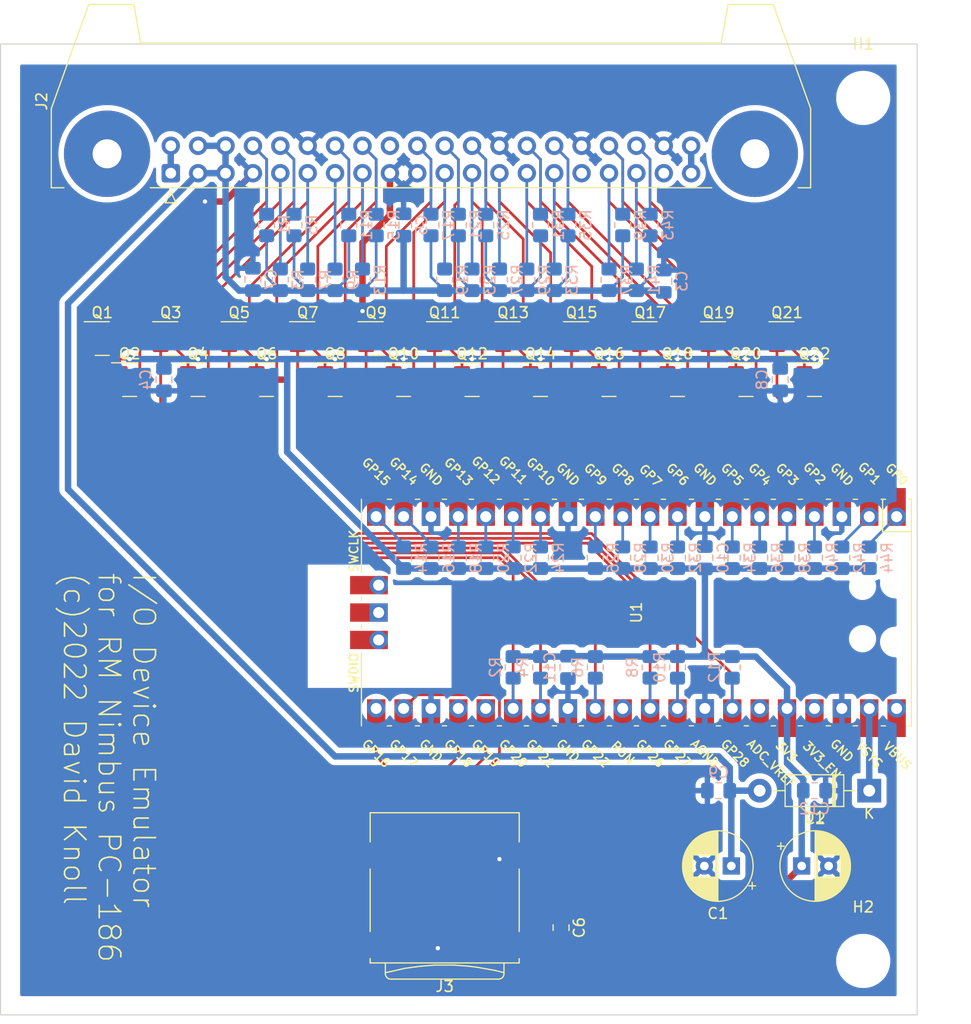
<source format=kicad_pcb>
(kicad_pcb (version 20211014) (generator pcbnew)
  (layers (0 "F.Cu" signal) (31 "B.Cu" signal) (34 "B.Paste" user) (35 "F.Paste" user) (36 "B.SilkS" user "B.Silkscreen") (37 "F.SilkS" user "F.Silkscreen") (38 "B.Mask" user) (39 "F.Mask" user) (44 "Edge.Cuts" user))
  (net 0 "")
  (net 1 "+5V")
  (net 2 "GND")
  (net 3 "+3V3")
  (net 4 "Net-(D1-Pad1)")
  (net 5 "+12V")
  (net 6 "/AD_H0")
  (net 7 "/AD_H1")
  (net 8 "/AD_H2")
  (net 9 "/AD_H3")
  (net 10 "/AD_H4")
  (net 11 "/AD_H5")
  (net 12 "/AD_H6")
  (net 13 "/AD_H7")
  (net 14 "/~{CLK_H}")
  (net 15 "/~{ALE_H}")
  (net 16 "/RD_H")
  (net 17 "/WR_H")
  (net 18 "/IORQ_H")
  (net 19 "/~{WAIT_H}")
  (net 20 "/~{RESET_H}")
  (net 21 "/~{CS_H}0")
  (net 22 "/~{CS_H}1")
  (net 23 "/~{CS_H}2")
  (net 24 "/~{CS_H}3")
  (net 25 "/~{CS_H}4")
  (net 26 "/~{DMA_H}")
  (net 27 "/~{INT_H}0")
  (net 28 "/~{INT_H}1")
  (net 29 "/~{INT_H}2")
  (net 30 "/~{DIR_H}")
  (net 31 "GNDS")
  (net 33 "/~{SD_CS}")
  (net 34 "/SD_MOSI")
  (net 35 "/SD_SCLK")
  (net 36 "/SD_MISO")
  (net 38 "/AD_L0")
  (net 39 "/AD_L1")
  (net 40 "/AD_L2")
  (net 41 "/AD_L3")
  (net 42 "/AD_L4")
  (net 43 "/AD_L5")
  (net 44 "/AD_L6")
  (net 45 "/AD_L7")
  (net 46 "/~{ALE_L}")
  (net 47 "/RD_L")
  (net 48 "/WR_L")
  (net 49 "/IORQ_L")
  (net 50 "/~{WAIT_L}")
  (net 51 "/~{RESET_L}")
  (net 52 "/~{CS_L}0")
  (net 53 "/~{CS_L}1")
  (net 54 "/~{CS_L}2")
  (net 55 "/~{CS_L}3")
  (net 56 "/~{DMA_L}")
  (net 57 "/~{INT_L}0")
  (net 58 "/~{INT_L}1")
  (net 59 "/~{INT_L}2")
  (footprint "Package_TO_SOT_SMD:SOT-23" (layer "F.Cu") (at 135.89 66.04)
    (fp_text reference "Q8")
    (fp_text value "BSS138")
  )
  (footprint "MountingHole:MountingHole_4mm" (layer "F.Cu") (at 184.865 119.925)
    (fp_text reference "H2")
    (fp_text value "MountingHole")
  )
  (footprint "MountingHole:MountingHole_4mm" (layer "F.Cu") (at 184.865 39.925)
    (fp_text reference "H1")
    (fp_text value "MountingHole")
  )
  (footprint "Package_TO_SOT_SMD:SOT-23" (layer "F.Cu") (at 165.1 62.23)
    (fp_text reference "Q17")
    (fp_text value "BSS138")
  )
  (footprint "Package_TO_SOT_SMD:SOT-23" (layer "F.Cu") (at 114.3 62.23)
    (fp_text reference "Q1")
    (fp_text value "BSS138")
  )
  (footprint "Package_TO_SOT_SMD:SOT-23" (layer "F.Cu") (at 177.8 62.23)
    (fp_text reference "Q21")
    (fp_text value "BSS138")
  )
  (footprint "Capacitor_SMD:C_0805_2012Metric_Pad1.18x1.45mm_HandSolder" (layer "F.Cu") (at 156.845 116.84 -90)
    (fp_text reference "C6")
    (fp_text value "0.1uF")
  )
  (footprint "Package_TO_SOT_SMD:SOT-23" (layer "F.Cu") (at 146.05 62.23)
    (fp_text reference "Q11")
    (fp_text value "BSS138")
  )
  (footprint "Package_TO_SOT_SMD:SOT-23" (layer "F.Cu") (at 171.45 62.23)
    (fp_text reference "Q19")
    (fp_text value "BSS138")
  )
  (footprint "Package_TO_SOT_SMD:SOT-23" (layer "F.Cu") (at 173.99 66.04)
    (fp_text reference "Q20")
    (fp_text value "BSS138")
  )
  (footprint "Capacitor_THT:CP_Radial_D6.3mm_P2.50mm" (layer "F.Cu") (at 179.157621 111.125)
    (fp_text reference "C2")
    (fp_text value "10uF")
  )
  (footprint "Capacitor_THT:CP_Radial_D6.3mm_P2.50mm" (layer "F.Cu") (at 172.63238 111.125 180)
    (fp_text reference "C1")
    (fp_text value "10uF")
  )
  (footprint "Package_TO_SOT_SMD:SOT-23" (layer "F.Cu") (at 161.29 66.04)
    (fp_text reference "Q16")
    (fp_text value "BSS138")
  )
  (footprint "Package_TO_SOT_SMD:SOT-23" (layer "F.Cu") (at 167.64 66.04)
    (fp_text reference "Q18")
    (fp_text value "BSS138")
  )
  (footprint "Package_TO_SOT_SMD:SOT-23" (layer "F.Cu") (at 152.4 62.23)
    (fp_text reference "Q13")
    (fp_text value "BSS138")
  )
  (footprint "Package_TO_SOT_SMD:SOT-23" (layer "F.Cu") (at 180.34 66.04)
    (fp_text reference "Q22")
    (fp_text value "BSS138")
  )
  (footprint "Package_TO_SOT_SMD:SOT-23" (layer "F.Cu") (at 129.54 66.04)
    (fp_text reference "Q6")
    (fp_text value "BSS138")
  )
  (footprint "Connector_Card:microSD_HC_Wuerth_693072010801" (layer "F.Cu") (at 146.05 114.3 180)
    (fp_text reference "J3")
    (fp_text value "Micro_SD_Card")
  )
  (footprint "Package_TO_SOT_SMD:SOT-23" (layer "F.Cu") (at 142.24 66.04)
    (fp_text reference "Q10")
    (fp_text value "BSS138")
  )
  (footprint "Package_TO_SOT_SMD:SOT-23" (layer "F.Cu") (at 139.7 62.23)
    (fp_text reference "Q9")
    (fp_text value "BSS138")
  )
  (footprint "MCU_RaspberryPi_and_Boards:RPi_Pico_SMD_TH" (layer "F.Cu") (at 163.83 87.63 -90)
    (fp_text reference "U1")
    (fp_text value "Pico")
  )
  (footprint "Connector_IDC:IDC-Header_2x20-1MP_P2.54mm_Latch_Horizontal" (layer "F.Cu") (at 120.65 46.9025 90)
    (fp_text reference "J2")
    (fp_text value "Nimbus_IO_Bus")
  )
  (footprint "Package_TO_SOT_SMD:SOT-23" (layer "F.Cu") (at 116.84 66.04)
    (fp_text reference "Q2")
    (fp_text value "BSS138")
  )
  (footprint "Package_TO_SOT_SMD:SOT-23" (layer "F.Cu") (at 133.35 62.23)
    (fp_text reference "Q7")
    (fp_text value "BSS138")
  )
  (footprint "Package_TO_SOT_SMD:SOT-23" (layer "F.Cu") (at 158.75 62.23)
    (fp_text reference "Q15")
    (fp_text value "BSS138")
  )
  (footprint "Package_TO_SOT_SMD:SOT-23" (layer "F.Cu") (at 127 62.23)
    (fp_text reference "Q5")
    (fp_text value "BSS138")
  )
  (footprint "Diode_THT:D_DO-41_SOD81_P10.16mm_Horizontal" (layer "F.Cu") (at 185.42 104.14 180)
    (fp_text reference "D1")
    (fp_text value "1N5817")
  )
  (footprint "Package_TO_SOT_SMD:SOT-23" (layer "F.Cu") (at 123.19 66.04)
    (fp_text reference "Q4")
    (fp_text value "BSS138")
  )
  (footprint "Package_TO_SOT_SMD:SOT-23" (layer "F.Cu") (at 154.94 66.04)
    (fp_text reference "Q14")
    (fp_text value "BSS138")
  )
  (footprint "Package_TO_SOT_SMD:SOT-23" (layer "F.Cu") (at 120.65 62.23)
    (fp_text reference "Q3")
    (fp_text value "BSS138")
  )
  (footprint "Package_TO_SOT_SMD:SOT-23" (layer "F.Cu") (at 148.59 66.04)
    (fp_text reference "Q12")
    (fp_text value "BSS138")
  )
  (footprint "Resistor_SMD:R_0805_2012Metric_Pad1.20x1.40mm_HandSolder" (layer "B.Cu") (at 135.89 56.785 90)
    (fp_text reference "R9")
    (fp_text value "10K")
  )
  (footprint "Resistor_SMD:R_0805_2012Metric_Pad1.20x1.40mm_HandSolder" (layer "B.Cu") (at 165.1 92.71 -90)
    (fp_text reference "R8")
    (fp_text value "10K")
  )
  (footprint "Resistor_SMD:R_0805_2012Metric_Pad1.20x1.40mm_HandSolder" (layer "B.Cu") (at 154.94 51.705 90)
    (fp_text reference "R31")
    (fp_text value "10K")
  )
  (footprint "Resistor_SMD:R_0805_2012Metric_Pad1.20x1.40mm_HandSolder" (layer "B.Cu") (at 130.81 56.785 90)
    (fp_text reference "R3")
    (fp_text value "10K")
  )
  (footprint "Resistor_SMD:R_0805_2012Metric_Pad1.20x1.40mm_HandSolder" (layer "B.Cu") (at 160.02 82.55 90)
    (fp_text reference "R26")
    (fp_text value "10K")
  )
  (footprint "Resistor_SMD:R_0805_2012Metric_Pad1.20x1.40mm_HandSolder" (layer "B.Cu") (at 160.02 92.71 -90)
    (fp_text reference "R6")
    (fp_text value "10K")
  )
  (footprint "Capacitor_SMD:C_0805_2012Metric_Pad1.18x1.45mm_HandSolder" (layer "B.Cu") (at 177.165 66.04 -90)
    (fp_text reference "C8")
    (fp_text value "0.1uF")
  )
  (footprint "Resistor_SMD:R_0805_2012Metric_Pad1.20x1.40mm_HandSolder" (layer "B.Cu") (at 139.7 51.705 90)
    (fp_text reference "R15")
    (fp_text value "10K")
  )
  (footprint "Resistor_SMD:R_0805_2012Metric_Pad1.20x1.40mm_HandSolder" (layer "B.Cu") (at 157.48 51.705 90)
    (fp_text reference "R35")
    (fp_text value "10K")
  )
  (footprint "Resistor_SMD:R_0805_2012Metric_Pad1.20x1.40mm_HandSolder" (layer "B.Cu") (at 144.78 51.705 90)
    (fp_text reference "R17")
    (fp_text value "10K")
  )
  (footprint "Capacitor_SMD:C_0805_2012Metric_Pad1.18x1.45mm_HandSolder" (layer "B.Cu") (at 142.24 51.705 90)
    (fp_text reference "C5")
    (fp_text value "0.1uF")
  )
  (footprint "Resistor_SMD:R_0805_2012Metric_Pad1.20x1.40mm_HandSolder" (layer "B.Cu") (at 172.72 92.71 -90)
    (fp_text reference "R12")
    (fp_text value "10K")
  )
  (footprint "Resistor_SMD:R_0805_2012Metric_Pad1.20x1.40mm_HandSolder" (layer "B.Cu") (at 165.1 51.705 90)
    (fp_text reference "R43")
    (fp_text value "10K")
  )
  (footprint "Capacitor_SMD:C_0805_2012Metric_Pad1.18x1.45mm_HandSolder" (layer "B.Cu") (at 128.27 56.7475 90)
    (fp_text reference "C7")
    (fp_text value "0.1uF")
  )
  (footprint "Resistor_SMD:R_0805_2012Metric_Pad1.20x1.40mm_HandSolder" (layer "B.Cu") (at 185.42 82.55 90)
    (fp_text reference "R44")
    (fp_text value "10K")
  )
  (footprint "Resistor_SMD:R_0805_2012Metric_Pad1.20x1.40mm_HandSolder" (layer "B.Cu") (at 154.94 92.71 -90)
    (fp_text reference "R4")
    (fp_text value "10K")
  )
  (footprint "Resistor_SMD:R_0805_2012Metric_Pad1.20x1.40mm_HandSolder" (layer "B.Cu") (at 147.32 51.705 90)
    (fp_text reference "R21")
    (fp_text value "10K")
  )
  (footprint "Resistor_SMD:R_0805_2012Metric_Pad1.20x1.40mm_HandSolder" (layer "B.Cu") (at 147.32 82.55 90)
    (fp_text reference "R18")
    (fp_text value "10K")
  )
  (footprint "Resistor_SMD:R_0805_2012Metric_Pad1.20x1.40mm_HandSolder" (layer "B.Cu") (at 156.21 56.785 90)
    (fp_text reference "R33")
    (fp_text value "10K")
  )
  (footprint "Resistor_SMD:R_0805_2012Metric_Pad1.20x1.40mm_HandSolder" (layer "B.Cu") (at 162.56 51.705 90)
    (fp_text reference "R39")
    (fp_text value "10K")
  )
  (footprint "Resistor_SMD:R_0805_2012Metric_Pad1.20x1.40mm_HandSolder" (layer "B.Cu") (at 146.05 56.785 90)
    (fp_text reference "R19")
    (fp_text value "10K")
  )
  (footprint "Resistor_SMD:R_0805_2012Metric_Pad1.20x1.40mm_HandSolder" (layer "B.Cu") (at 133.35 56.785 90)
    (fp_text reference "R7")
    (fp_text value "10K")
  )
  (footprint "Capacitor_SMD:C_0805_2012Metric_Pad1.18x1.45mm_HandSolder" (layer "B.Cu") (at 166.37 56.9175 90)
    (fp_text reference "C3")
    (fp_text value "0.1uF")
  )
  (footprint "Resistor_SMD:R_0805_2012Metric_Pad1.20x1.40mm_HandSolder" (layer "B.Cu") (at 142.24 82.55 90)
    (fp_text reference "R14")
    (fp_text value "10K")
  )
  (footprint "Resistor_SMD:R_0805_2012Metric_Pad1.20x1.40mm_HandSolder" (layer "B.Cu") (at 167.64 92.71 -90)
    (fp_text reference "R10")
    (fp_text value "10K")
  )
  (footprint "Resistor_SMD:R_0805_2012Metric_Pad1.20x1.40mm_HandSolder" (layer "B.Cu") (at 153.67 56.785 90)
    (fp_text reference "R29")
    (fp_text value "10K")
  )
  (footprint "Resistor_SMD:R_0805_2012Metric_Pad1.20x1.40mm_HandSolder" (layer "B.Cu") (at 148.59 56.785 90)
    (fp_text reference "R23")
    (fp_text value "10K")
  )
  (footprint "Resistor_SMD:R_0805_2012Metric_Pad1.20x1.40mm_HandSolder" (layer "B.Cu") (at 144.78 82.55 90)
    (fp_text reference "R16")
    (fp_text value "10K")
  )
  (footprint "Capacitor_SMD:C_0805_2012Metric_Pad1.18x1.45mm_HandSolder" (layer "B.Cu") (at 180.34 104.14)
    (fp_text reference "C12")
    (fp_text value "0.1uF")
  )
  (footprint "Capacitor_SMD:C_0805_2012Metric_Pad1.18x1.45mm_HandSolder" (layer "B.Cu") (at 120.015 66.04 -90)
    (fp_text reference "C4")
    (fp_text value "0.1uF")
  )
  (footprint "Resistor_SMD:R_0805_2012Metric_Pad1.20x1.40mm_HandSolder" (layer "B.Cu") (at 177.8 82.55 90)
    (fp_text reference "R38")
    (fp_text value "10K")
  )
  (footprint "Resistor_SMD:R_0805_2012Metric_Pad1.20x1.40mm_HandSolder" (layer "B.Cu") (at 162.56 82.55 90)
    (fp_text reference "R28")
    (fp_text value "10K")
  )
  (footprint "Resistor_SMD:R_0805_2012Metric_Pad1.20x1.40mm_HandSolder" (layer "B.Cu") (at 129.54 51.705 90)
    (fp_text reference "R1")
    (fp_text value "10K")
  )
  (footprint "Resistor_SMD:R_0805_2012Metric_Pad1.20x1.40mm_HandSolder" (layer "B.Cu") (at 161.29 56.785 90)
    (fp_text reference "R37")
    (fp_text value "10K")
  )
  (footprint "Resistor_SMD:R_0805_2012Metric_Pad1.20x1.40mm_HandSolder" (layer "B.Cu") (at 149.86 82.55 90)
    (fp_text reference "R20")
    (fp_text value "10K")
  )
  (footprint "Resistor_SMD:R_0805_2012Metric_Pad1.20x1.40mm_HandSolder" (layer "B.Cu") (at 163.83 56.785 90)
    (fp_text reference "R41")
    (fp_text value "10K")
  )
  (footprint "Resistor_SMD:R_0805_2012Metric_Pad1.20x1.40mm_HandSolder" (layer "B.Cu") (at 152.4 82.55 90)
    (fp_text reference "R22")
    (fp_text value "10K")
  )
  (footprint "Resistor_SMD:R_0805_2012Metric_Pad1.20x1.40mm_HandSolder" (layer "B.Cu") (at 165.1 82.55 90)
    (fp_text reference "R30")
    (fp_text value "10K")
  )
  (footprint "Resistor_SMD:R_0805_2012Metric_Pad1.20x1.40mm_HandSolder" (layer "B.Cu") (at 172.72 82.55 90)
    (fp_text reference "R34")
    (fp_text value "10K")
  )
  (footprint "Resistor_SMD:R_0805_2012Metric_Pad1.20x1.40mm_HandSolder" (layer "B.Cu") (at 151.13 56.785 90)
    (fp_text reference "R27")
    (fp_text value "10K")
  )
  (footprint "Resistor_SMD:R_0805_2012Metric_Pad1.20x1.40mm_HandSolder" (layer "B.Cu") (at 138.43 56.785 90)
    (fp_text reference "R13")
    (fp_text value "10K")
  )
  (footprint "Resistor_SMD:R_0805_2012Metric_Pad1.20x1.40mm_HandSolder" (layer "B.Cu") (at 137.16 51.705 90)
    (fp_text reference "R11")
    (fp_text value "10K")
  )
  (footprint "Resistor_SMD:R_0805_2012Metric_Pad1.20x1.40mm_HandSolder" (layer "B.Cu") (at 132.08 51.705 90)
    (fp_text reference "R5")
    (fp_text value "10K")
  )
  (footprint "Capacitor_SMD:C_0805_2012Metric_Pad1.18x1.45mm_HandSolder" (layer "B.Cu") (at 157.48 92.71 -90)
    (fp_text reference "C11")
    (fp_text value "0.1uF")
  )
  (footprint "Resistor_SMD:R_0805_2012Metric_Pad1.20x1.40mm_HandSolder" (layer "B.Cu") (at 182.88 82.55 90)
    (fp_text reference "R42")
    (fp_text value "10K")
  )
  (footprint "Capacitor_SMD:C_0805_2012Metric_Pad1.18x1.45mm_HandSolder" (layer "B.Cu") (at 170.18 82.55 90)
    (fp_text reference "C10")
    (fp_text value "0.1uF")
  )
  (footprint "Resistor_SMD:R_0805_2012Metric_Pad1.20x1.40mm_HandSolder" (layer "B.Cu") (at 149.86 51.705 90)
    (fp_text reference "R25")
    (fp_text value "10K")
  )
  (footprint "Resistor_SMD:R_0805_2012Metric_Pad1.20x1.40mm_HandSolder" (layer "B.Cu") (at 152.4 92.71 -90)
    (fp_text reference "R2")
    (fp_text value "10K")
  )
  (footprint "Resistor_SMD:R_0805_2012Metric_Pad1.20x1.40mm_HandSolder" (layer "B.Cu") (at 175.26 82.55 90)
    (fp_text reference "R36")
    (fp_text value "10K")
  )
  (footprint "Resistor_SMD:R_0805_2012Metric_Pad1.20x1.40mm_HandSolder" (layer "B.Cu") (at 154.94 82.55 90)
    (fp_text reference "R24")
    (fp_text value "10K")
  )
  (footprint "Capacitor_SMD:C_0805_2012Metric_Pad1.18x1.45mm_HandSolder" (layer "B.Cu") (at 171.45 104.14 180)
    (fp_text reference "C9")
    (fp_text value "0.1uF")
  )
  (footprint "Resistor_SMD:R_0805_2012Metric_Pad1.20x1.40mm_HandSolder" (layer "B.Cu") (at 167.64 82.55 90)
    (fp_text reference "R32")
    (fp_text value "10K")
  )
  (footprint "Resistor_SMD:R_0805_2012Metric_Pad1.20x1.40mm_HandSolder" (layer "B.Cu") (at 180.34 82.55 90)
    (fp_text reference "R40")
    (fp_text value "10K")
  )
  (gr_rect (start 104.865 34.925) (end 189.865 124.925) (layer "Edge.Cuts") (width 0.1) (fill none))
  (gr_text "I/O Device Emulator\nfor RM Nimbus PC-186\n(c)2022 David Knoll" (at 114.935 83.82 270) (layer "F.SilkS") (effects (font (size 2 2)) (justify left)))
  (segment (start 147.32 52.705) (end 147.32 56.515) (width 0.25) (layer "B.Cu") (net 1))
  (segment (start 123.19 46.9025) (end 125.73 46.9025) (width 0.6) (layer "B.Cu") (net 1))
  (segment (start 133.35 57.785) (end 130.81 57.785) (width 0.6) (layer "B.Cu") (net 1))
  (segment (start 149.86 56.515) (end 151.13 57.785) (width 0.25) (layer "B.Cu") (net 1))
  (segment (start 132.08 56.515) (end 133.35 57.785) (width 0.25) (layer "B.Cu") (net 1))
  (segment (start 129.54 52.705) (end 129.54 56.515) (width 0.25) (layer "B.Cu") (net 1))
  (segment (start 130.81 57.785) (end 129.675 56.65) (width 0.25) (layer "B.Cu") (net 1))
  (segment (start 132.08 52.705) (end 132.08 56.515) (width 0.25) (layer "B.Cu") (net 1))
  (segment (start 129.54 56.515) (end 129.675 56.65) (width 0.25) (layer "B.Cu") (net 1))
  (segment (start 146.05 57.785) (end 148.59 57.785) (width 0.6) (layer "B.Cu") (net 1))
  (segment (start 135.89 100.965) (end 111.125 76.2) (width 0.6) (layer "B.Cu") (net 1))
  (segment (start 146.05 57.785) (end 142.24 57.785) (width 0.6) (layer "B.Cu") (net 1))
  (segment (start 157.48 52.705) (end 157.48 56.515) (width 0.25) (layer "B.Cu") (net 1))
  (segment (start 171.45 100.965) (end 135.89 100.965) (width 0.6) (layer "B.Cu") (net 1))
  (segment (start 139.7 56.515) (end 138.43 57.785) (width 0.25) (layer "B.Cu") (net 1))
  (segment (start 153.67 57.785) (end 151.13 57.785) (width 0.6) (layer "B.Cu") (net 1))
  (segment (start 144.78 52.705) (end 144.78 56.515) (width 0.25) (layer "B.Cu") (net 1))
  (segment (start 137.16 52.705) (end 137.16 56.515) (width 0.25) (layer "B.Cu") (net 1))
  (segment (start 162.56 56.515) (end 161.29 57.785) (width 0.25) (layer "B.Cu") (net 1))
  (segment (start 139.7 52.705) (end 139.7 56.515) (width 0.25) (layer "B.Cu") (net 1))
  (segment (start 149.86 52.705) (end 149.86 56.515) (width 0.25) (layer "B.Cu") (net 1))
  (segment (start 111.125 58.9675) (end 123.19 46.9025) (width 0.6) (layer "B.Cu") (net 1))
  (segment (start 156.21 57.785) (end 153.67 57.785) (width 0.6) (layer "B.Cu") (net 1))
  (segment (start 165.1 56.515) (end 165.1 52.705) (width 0.25) (layer "B.Cu") (net 1))
  (segment (start 163.83 57.785) (end 166.2 57.785) (width 0.6) (layer "B.Cu") (net 1))
  (segment (start 123.19 44.3625) (end 125.73 44.3625) (width 0.6) (layer "B.Cu") (net 1))
  (segment (start 154.94 56.515) (end 153.67 57.785) (width 0.25) (layer "B.Cu") (net 1))
  (segment (start 175.26 104.14) (end 172.4875 104.14) (width 0.6) (layer "B.Cu") (net 1))
  (segment (start 172.4875 104.14) (end 172.63238 104.28488) (width 0.6) (layer "B.Cu") (net 1))
  (segment (start 166.2 57.785) (end 166.37 57.955) (width 0.6) (layer "B.Cu") (net 1))
  (segment (start 172.63238 104.28488) (end 172.63238 111.125) (width 0.6) (layer "B.Cu") (net 1))
  (segment (start 172.4875 104.14) (end 172.4875 102.0025) (width 0.6) (layer "B.Cu") (net 1))
  (segment (start 163.83 57.785) (end 165.1 56.515) (width 0.25) (layer "B.Cu") (net 1))
  (segment (start 142.24 57.785) (end 142.24 52.7425) (width 0.6) (layer "B.Cu") (net 1))
  (segment (start 125.73 44.3625) (end 125.73 46.9025) (width 0.6) (layer "B.Cu") (net 1))
  (segment (start 128.27 57.785) (end 127 57.785) (width 0.6) (layer "B.Cu") (net 1))
  (segment (start 138.43 57.785) (end 135.89 57.785) (width 0.6) (layer "B.Cu") (net 1))
  (segment (start 148.59 57.785) (end 151.13 57.785) (width 0.6) (layer "B.Cu") (net 1))
  (segment (start 137.16 56.515) (end 135.89 57.785) (width 0.25) (layer "B.Cu") (net 1))
  (segment (start 125.73 56.515) (end 125.73 46.9025) (width 0.6) (layer "B.Cu") (net 1))
  (segment (start 111.125 76.2) (end 111.125 58.9675) (width 0.6) (layer "B.Cu") (net 1))
  (segment (start 154.94 52.705) (end 154.94 56.515) (width 0.25) (layer "B.Cu") (net 1))
  (segment (start 157.48 56.515) (end 156.21 57.785) (width 0.25) (layer "B.Cu") (net 1))
  (segment (start 172.4875 102.0025) (end 171.45 100.965) (width 0.6) (layer "B.Cu") (net 1))
  (segment (start 144.78 56.515) (end 146.05 57.785) (width 0.25) (layer "B.Cu") (net 1))
  (segment (start 163.83 57.785) (end 161.29 57.785) (width 0.6) (layer "B.Cu") (net 1))
  (segment (start 147.32 56.515) (end 148.59 57.785) (width 0.25) (layer "B.Cu") (net 1))
  (segment (start 142.24 57.785) (end 138.43 57.785) (width 0.6) (layer "B.Cu") (net 1))
  (segment (start 162.56 52.705) (end 162.56 56.515) (width 0.25) (layer "B.Cu") (net 1))
  (segment (start 135.89 57.785) (end 133.35 57.785) (width 0.6) (layer "B.Cu") (net 1))
  (segment (start 161.29 57.785) (end 156.21 57.785) (width 0.6) (layer "B.Cu") (net 1))
  (segment (start 130.81 57.785) (end 128.27 57.785) (width 0.6) (layer "B.Cu") (net 1))
  (segment (start 127 57.785) (end 125.73 56.515) (width 0.6) (layer "B.Cu") (net 1))
  (segment (start 138.43 53.34) (end 138.43 59.69) (width 0.6) (layer "F.Cu") (net 2))
  (segment (start 125.6425 49.53) (end 123.825 49.53) (width 0.6) (layer "F.Cu") (net 2))
  (segment (start 143.75 115.85) (end 143.75 117.2) (width 0.6) (layer "F.Cu") (net 2))
  (segment (start 145.0375 118.4875) (end 145.295 118.745) (width 0.6) (layer "F.Cu") (net 2))
  (segment (start 145 118.45) (end 145.0375 118.4875) (width 0.6) (layer "F.Cu") (net 2))
  (segment (start 156.2725 118.45) (end 156.845 117.8775) (width 0.6) (layer "F.Cu") (net 2))
  (segment (start 140.97 50.8) (end 139.065 52.705) (width 0.6) (layer "F.Cu") (net 2))
  (segment (start 139.065 52.705) (end 138.43 53.34) (width 0.6) (layer "F.Cu") (net 2))
  (segment (start 151.13 118.745) (end 151.425 118.45) (width 0.6) (layer "F.Cu") (net 2))
  (segment (start 139.175 110.15) (end 139.175 118.45) (width 0.6) (layer "F.Cu") (net 2))
  (segment (start 128.27 46.9025) (end 125.6425 49.53) (width 0.6) (layer "F.Cu") (net 2))
  (segment (start 145.415 118.745) (end 151.13 118.745) (width 0.6) (layer "F.Cu") (net 2))
  (segment (start 152.925 118.45) (end 156.2725 118.45) (width 0.6) (layer "F.Cu") (net 2))
  (segment (start 151.425 118.45) (end 152.925 118.45) (width 0.6) (layer "F.Cu") (net 2))
  (segment (start 145.295 118.745) (end 145.415 118.745) (width 0.6) (layer "F.Cu") (net 2))
  (segment (start 152.925 110.15) (end 151.47 110.15) (width 0.6) (layer "F.Cu") (net 2))
  (segment (start 139.175 118.45) (end 145 118.45) (width 0.6) (layer "F.Cu") (net 2))
  (segment (start 140.97 46.9025) (end 140.97 50.8) (width 0.6) (layer "F.Cu") (net 2))
  (segment (start 151.47 110.15) (end 151.13 110.49) (width 0.6) (layer "F.Cu") (net 2))
  (segment (start 143.75 117.2) (end 145.0375 118.4875) (width 0.6) (layer "F.Cu") (net 2))
  (via (at 145.415 118.745) (size 0.8) (drill 0.4) (layers "F.Cu" "B.Cu") (net 2))
  (via (at 151.13 110.49) (size 0.8) (drill 0.4) (layers "F.Cu" "B.Cu") (net 2))
  (via (at 138.43 59.69) (size 0.8) (drill 0.4) (layers "F.Cu" "B.Cu") (net 2))
  (via (at 123.825 49.53) (size 0.8) (drill 0.4) (layers "F.Cu" "B.Cu") (net 2))
  (segment (start 145.1125 61.28) (end 145.1125 61.764251) (width 0.25) (layer "F.Cu") (net 3))
  (segment (start 113.3625 61.28) (end 113.3625 61.764251) (width 0.25) (layer "F.Cu") (net 3))
  (segment (start 138.7625 61.770749) (end 141.048376 64.056624) (width 0.25) (layer "F.Cu") (net 3))
  (segment (start 134.78325 64.135) (end 134.701625 64.053375) (width 0.25) (layer "F.Cu") (net 3))
  (segment (start 119.7125 61.764251) (end 122.001625 64.053375) (width 0.25) (layer "F.Cu") (net 3))
  (segment (start 166.7025 64.310749) (end 166.7025 65.09) (width 0.25) (layer "F.Cu") (net 3))
  (segment (start 122.001625 64.053375) (end 122.2525 64.304251) (width 0.25) (layer "F.Cu") (net 3))
  (segment (start 123.19 64.135) (end 122.08325 64.135) (width 0.25) (layer "F.Cu") (net 3))
  (segment (start 129.54 64.135) (end 128.43325 64.135) (width 0.25) (layer "F.Cu") (net 3))
  (segment (start 132.4125 61.28) (end 132.4125 61.764251) (width 0.25) (layer "F.Cu") (net 3))
  (segment (start 157.8125 61.764251) (end 160.101625 64.053375) (width 0.25) (layer "F.Cu") (net 3))
  (segment (start 170.5125 61.28) (end 170.5125 61.764251) (width 0.25) (layer "F.Cu") (net 3))
  (segment (start 160.18325 64.135) (end 160.101625 64.053375) (width 0.25) (layer "F.Cu") (net 3))
  (segment (start 146.225 117.475) (end 150.495 117.475) (width 0.6) (layer "F.Cu") (net 3))
  (segment (start 151.4625 61.764251) (end 153.751625 64.053375) (width 0.25) (layer "F.Cu") (net 3))
  (segment (start 128.43325 64.135) (end 128.351625 64.053375) (width 0.25) (layer "F.Cu") (net 3))
  (segment (start 157.8125 61.28) (end 157.8125 61.764251) (width 0.25) (layer "F.Cu") (net 3))
  (segment (start 119.7125 61.28) (end 119.7125 61.764251) (width 0.25) (layer "F.Cu") (net 3))
  (segment (start 180.34 64.135) (end 179.226752 64.135) (width 0.25) (layer "F.Cu") (net 3))
  (segment (start 147.6525 64.304251) (end 147.6525 65.09) (width 0.25) (layer "F.Cu") (net 3))
  (segment (start 135.89 64.135) (end 134.78325 64.135) (width 0.25) (layer "F.Cu") (net 3))
  (segment (start 153.83325 64.135) (end 153.751625 64.053375) (width 0.25) (layer "F.Cu") (net 3))
  (segment (start 179.148376 64.056624) (end 179.4025 64.310749) (width 0.25) (layer "F.Cu") (net 3))
  (segment (start 132.4125 61.764251) (end 134.701625 64.053375) (width 0.25) (layer "F.Cu") (net 3))
  (segment (start 145.1125 61.764251) (end 147.401625 64.053375) (width 0.25) (layer "F.Cu") (net 3))
  (segment (start 147.48325 64.135) (end 147.401625 64.053375) (width 0.25) (layer "F.Cu") (net 3))
  (segment (start 145.95 117.2) (end 146.225 117.475) (width 0.6) (layer "F.Cu") (net 3))
  (segment (start 148.59 64.135) (end 147.48325 64.135) (width 0.25) (layer "F.Cu") (net 3))
  (segment (start 142.24 64.135) (end 141.126752 64.135) (width 0.25) (layer "F.Cu") (net 3))
  (segment (start 113.3625 61.764251) (end 115.651625 64.053375) (width 0.25) (layer "F.Cu") (net 3))
  (segment (start 176.8625 61.770749) (end 179.148376 64.056624) (width 0.25) (layer "F.Cu") (net 3))
  (segment (start 116.84 64.135) (end 115.73325 64.135) (width 0.25) (layer "F.Cu") (net 3))
  (segment (start 134.9525 64.304251) (end 134.9525 65.09) (width 0.25) (layer "F.Cu") (net 3))
  (segment (start 154.94 64.135) (end 153.83325 64.135) (width 0.25) (layer "F.Cu") (net 3))
  (segment (start 160.101625 64.053375) (end 160.3525 64.304251) (width 0.25) (layer "F.Cu") (net 3))
  (segment (start 115.651625 64.053375) (end 115.9025 64.304251) (width 0.25) (layer "F.Cu") (net 3))
  (segment (start 115.9025 64.304251) (end 115.9025 65.09) (width 0.25) (layer "F.Cu") (net 3))
  (segment (start 156.845 115.8025) (end 174.480121 115.8025) (width 0.6) (layer "F.Cu") (net 3))
  (segment (start 172.88325 64.135) (end 172.801625 64.053375) (width 0.25) (layer "F.Cu") (net 3))
  (segment (start 179.4025 64.310749) (end 179.4025 65.09) (width 0.25) (layer "F.Cu") (net 3))
  (segment (start 141.048376 64.056624) (end 141.3025 64.310749) (width 0.25) (layer "F.Cu") (net 3))
  (segment (start 172.801625 64.053375) (end 173.0525 64.304251) (width 0.25) (layer "F.Cu") (net 3))
  (segment (start 122.08325 64.135) (end 122.001625 64.053375) (width 0.25) (layer "F.Cu") (net 3))
  (segment (start 128.6025 64.304251) (end 128.6025 65.09) (width 0.25) (layer "F.Cu") (net 3))
  (segment (start 176.8625 61.28) (end 176.8625 61.770749) (width 0.25) (layer "F.Cu") (net 3))
  (segment (start 147.401625 64.053375) (end 147.6525 64.304251) (width 0.25) (layer "F.Cu") (net 3))
  (segment (start 179.226752 64.135) (end 179.148376 64.056624) (width 0.25) (layer "F.Cu") (net 3))
  (segment (start 128.351625 64.053375) (end 128.6025 64.304251) (width 0.25) (layer "F.Cu") (net 3))
  (segment (start 154.0025 64.304251) (end 154.0025 65.09) (width 0.25) (layer "F.Cu") (net 3))
  (segment (start 170.5125 61.764251) (end 172.801625 64.053375) (width 0.25) (layer "F.Cu") (net 3))
  (segment (start 173.0525 64.304251) (end 173.0525 65.09) (width 0.25) (layer "F.Cu") (net 3))
  (segment (start 141.3025 64.310749) (end 141.3025 65.09) (width 0.25) (layer "F.Cu") (net 3))
  (segment (start 126.0625 61.764251) (end 128.351625 64.053375) (width 0.25) (layer "F.Cu") (net 3))
  (segment (start 166.448376 64.056624) (end 166.7025 64.310749) (width 0.25) (layer "F.Cu") (net 3))
  (segment (start 151.4625 61.28) (end 151.4625 61.764251) (width 0.25) (layer "F.Cu") (net 3))
  (segment (start 161.29 64.135) (end 160.18325 64.135) (width 0.25) (layer "F.Cu") (net 3))
  (segment (start 153.751625 64.053375) (end 154.0025 64.304251) (width 0.25) (layer "F.Cu") (net 3))
  (segment (start 134.701625 64.053375) (end 134.9525 64.304251) (width 0.25) (layer "F.Cu") (net 3))
  (segment (start 167.64 64.135) (end 166.526752 64.135) (width 0.25) (layer "F.Cu") (net 3))
  (segment (start 141.126752 64.135) (end 141.048376 64.056624) (width 0.25) (layer "F.Cu") (net 3))
  (segment (start 138.7625 61.28) (end 138.7625 61.770749) (width 0.25) (layer "F.Cu") (net 3))
  (segment (start 122.2525 64.304251) (end 122.2525 65.09) (width 0.25) (layer "F.Cu") (net 3))
  (segment (start 126.0625 61.28) (end 126.0625 61.764251) (width 0.25) (layer "F.Cu") (net 3))
  (segment (start 152.1675 115.8025) (end 156.845 115.8025) (width 0.6) (layer "F.Cu") (net 3))
  (segment (start 174.480121 115.8025) (end 179.157621 111.125) (width 0.6) (layer "F.Cu") (net 3))
  (segment (start 115.73325 64.135) (end 115.651625 64.053375) (width 0.25) (layer "F.Cu") (net 3))
  (segment (start 145.95 115.85) (end 145.95 117.2) (width 0.6) (layer "F.Cu") (net 3))
  (segment (start 164.1625 61.28) (end 164.1625 61.770749) (width 0.25) (layer "F.Cu") (net 3))
  (segment (start 173.99 64.135) (end 172.88325 64.135) (width 0.25) (layer "F.Cu") (net 3))
  (segment (start 166.526752 64.135) (end 166.448376 64.056624) (width 0.25) (layer "F.Cu") (net 3))
  (segment (start 160.3525 64.304251) (end 160.3525 65.09) (width 0.25) (layer "F.Cu") (net 3))
  (segment (start 150.495 117.475) (end 152.1675 115.8025) (width 0.6) (layer "F.Cu") (net 3))
  (segment (start 164.1625 61.770749) (end 166.448376 64.056624) (width 0.25) (layer "F.Cu") (net 3))
  (via (at 129.54 64.135) (size 0.8) (drill 0.4) (layers "F.Cu" "B.Cu") (net 3))
  (via (at 180.34 64.135) (size 0.8) (drill 0.4) (layers "F.Cu" "B.Cu") (net 3))
  (via (at 154.94 64.135) (size 0.8) (drill 0.4) (layers "F.Cu" "B.Cu") (net 3))
  (via (at 123.19 64.135) (size 0.8) (drill 0.4) (layers "F.Cu" "B.Cu") (net 3))
  (via (at 167.64 64.135) (size 0.8) (drill 0.4) (layers "F.Cu" "B.Cu") (net 3))
  (via (at 173.99 64.135) (size 0.8) (drill 0.4) (layers "F.Cu" "B.Cu") (net 3))
  (via (at 116.84 64.135) (size 0.8) (drill 0.4) (layers "F.Cu" "B.Cu") (net 3))
  (via (at 161.29 64.135) (size 0.8) (drill 0.4) (layers "F.Cu" "B.Cu") (net 3))
  (via (at 148.59 64.135) (size 0.8) (drill 0.4) (layers "F.Cu" "B.Cu") (net 3))
  (via (at 142.24 64.135) (size 0.8) (drill 0.4) (layers "F.Cu" "B.Cu") (net 3))
  (via (at 135.89 64.135) (size 0.8) (drill 0.4) (layers "F.Cu" "B.Cu") (net 3))
  (segment (start 142.24 64.135) (end 135.89 64.135) (width 0.6) (layer "B.Cu") (net 3))
  (segment (start 129.54 64.135) (end 123.19 64.135) (width 0.6) (layer "B.Cu") (net 3))
  (segment (start 154.94 91.71) (end 157.4425 91.71) (width 0.6) (layer "B.Cu") (net 3))
  (segment (start 154.94 83.55) (end 160.02 83.55) (width 0.6) (layer "B.Cu") (net 3))
  (segment (start 179.3025 104.14) (end 179.3025 103.1025) (width 0.6) (layer "B.Cu") (net 3))
  (segment (start 159.9825 91.6725) (end 160.02 91.71) (width 0.6) (layer "B.Cu") (net 3))
  (segment (start 120.015 65.0025) (end 120.015 64.135) (width 0.6) (layer "B.Cu") (net 3))
  (segment (start 179.3025 103.1025) (end 177.8 101.6) (width 0.6) (layer "B.Cu") (net 3))
  (segment (start 177.165 64.135) (end 180.34 64.135) (width 0.6) (layer "B.Cu") (net 3))
  (segment (start 172.72 83.55) (end 175.26 83.55) (width 0.6) (layer "B.Cu") (net 3))
  (segment (start 169.815 91.71) (end 172.72 91.71) (width 0.6) (layer "B.Cu") (net 3))
  (segment (start 165.1 83.55) (end 167.64 83.55) (width 0.6) (layer "B.Cu") (net 3))
  (segment (start 167.64 91.71) (end 169.815 91.71) (width 0.6) (layer "B.Cu") (net 3))
  (segment (start 152.4 91.71) (end 154.94 91.71) (width 0.6) (layer "B.Cu") (net 3))
  (segment (start 131.445 64.135) (end 129.54 64.135) (width 0.6) (layer "B.Cu") (net 3))
  (segment (start 147.32 83.55) (end 149.86 83.55) (width 0.6) (layer "B.Cu") (net 3))
  (segment (start 182.88 83.55) (end 185.42 83.55) (width 0.6) (layer "B.Cu") (net 3))
  (segment (start 154.94 64.135) (end 148.59 64.135) (width 0.6) (layer "B.Cu") (net 3))
  (segment (start 120.015 64.135) (end 116.84 64.135) (width 0.6) (layer "B.Cu") (net 3))
  (segment (start 149.86 83.55) (end 152.4 83.55) (width 0.6) (layer "B.Cu") (net 3))
  (segment (start 160.02 83.55) (end 162.56 83.55) (width 0.6) (layer "B.Cu") (net 3))
  (segment (start 170.18 83.5875) (end 172.6825 83.5875) (width 0.6) (layer "B.Cu") (net 3))
  (segment (start 177.8 83.55) (end 180.34 83.55) (width 0.6) (layer "B.Cu") (net 3))
  (segment (start 177.165 64.135) (end 173.99 64.135) (width 0.6) (layer "B.Cu") (net 3))
  (segment (start 131.445 72.755) (end 131.445 64.135) (width 0.6) (layer "B.Cu") (net 3))
  (segment (start 167.64 83.55) (end 170.1425 83.55) (width 0.6) (layer "B.Cu") (net 3))
  (segment (start 180.34 83.55) (end 182.88 83.55) (width 0.6) (layer "B.Cu") (net 3))
  (segment (start 175.26 83.55) (end 177.8 83.55) (width 0.6) (layer "B.Cu") (net 3))
  (segment (start 167.64 64.135) (end 161.29 64.135) (width 0.6) (layer "B.Cu") (net 3))
  (segment (start 177.8 101.6) (end 177.8 96.52) (width 0.6) (layer "B.Cu") (net 3))
  (segment (start 165.1 91.71) (end 167.64 91.71) (width 0.6) (layer "B.Cu") (net 3))
  (segment (start 162.56 83.55) (end 165.1 83.55) (width 0.6) (layer "B.Cu") (net 3))
  (segment (start 177.8 96.52) (end 177.8 94.615) (width 0.6) (layer "B.Cu") (net 3))
  (segment (start 148.59 64.135) (end 142.24 64.135) (width 0.6) (layer "B.Cu") (net 3))
  (segment (start 142.24 83.55) (end 144.78 83.55) (width 0.6) (layer "B.Cu") (net 3))
  (segment (start 179.3025 104.14) (end 179.157621 104.284879) (width 0.6) (layer "B.Cu") (net 3))
  (segment (start 177.8 94.615) (end 174.895 91.71) (width 0.6) (layer "B.Cu") (net 3))
  (segment (start 144.78 83.55) (end 147.32 83.55) (width 0.6) (layer "B.Cu") (net 3))
  (segment (start 177.165 65.0025) (end 177.165 64.135) (width 0.6) (layer "B.Cu") (net 3))
  (segment (start 157.48 91.6725) (end 159.9825 91.6725) (width 0.6) (layer "B.Cu") (net 3))
  (segment (start 123.19 64.135) (end 120.015 64.135) (width 0.6) (layer "B.Cu") (net 3))
  (segment (start 152.4 83.55) (end 154.94 83.55) (width 0.6) (layer "B.Cu") (net 3))
  (segment (start 142.24 83.55) (end 131.445 72.755) (width 0.6) (layer "B.Cu") (net 3))
  (segment (start 170.18 83.5875) (end 170.18 91.345) (width 0.6) (layer "B.Cu") (net 3))
  (segment (start 170.18 91.345) (end 169.815 91.71) (width 0.6) (layer "B.Cu") (net 3))
  (segment (start 173.99 64.135) (end 167.64 64.135) (width 0.6) (layer "B.Cu") (net 3))
  (segment (start 179.157621 104.284879) (end 179.157621 111.125) (width 0.6) (layer "B.Cu") (net 3))
  (segment (start 174.895 91.71) (end 172.72 91.71) (width 0.6) (layer "B.Cu") (net 3))
  (segment (start 172.6825 83.5875) (end 172.72 83.55) (width 0.6) (layer "B.Cu") (net 3))
  (segment (start 170.1425 83.55) (end 170.18 83.5875) (width 0.6) (layer "B.Cu") (net 3))
  (segment (start 161.29 64.135) (end 154.94 64.135) (width 0.6) (layer "B.Cu") (net 3))
  (segment (start 135.89 64.135) (end 131.445 64.135) (width 0.6) (layer "B.Cu") (net 3))
  (segment (start 157.4425 91.71) (end 157.48 91.6725) (width 0.6) (layer "B.Cu") (net 3))
  (segment (start 160.02 91.71) (end 165.1 91.71) (width 0.6) (layer "B.Cu") (net 3))
  (segment (start 185.42 104.14) (end 185.42 96.52) (width 0.6) (layer "B.Cu") (net 4))
  (segment (start 120.65 44.3625) (end 120.65 46.9025) (width 0.6) (layer "B.Cu") (net 5))
  (segment (start 119.38 54.61) (end 115.2375 58.7525) (width 0.25) (layer "F.Cu") (net 6))
  (segment (start 128.27 44.3625) (end 129.54 45.6325) (width 0.25) (layer "F.Cu") (net 6))
  (segment (start 129.54 45.6325) (end 129.54 49.53) (width 0.25) (layer "F.Cu") (net 6))
  (segment (start 129.54 49.53) (end 124.46 54.61) (width 0.25) (layer "F.Cu") (net 6))
  (segment (start 124.46 54.61) (end 119.38 54.61) (width 0.25) (layer "F.Cu") (net 6))
  (segment (start 115.2375 58.7525) (end 115.2375 62.23) (width 0.25) (layer "F.Cu") (net 6))
  (segment (start 129.54 45.6325) (end 128.27 44.3625) (width 0.25) (layer "B.Cu") (net 6))
  (segment (start 129.54 45.6325) (end 129.54 50.705) (width 0.25) (layer "B.Cu") (net 6))
  (segment (start 130.81 49.53) (end 124.46 55.88) (width 0.25) (layer "F.Cu") (net 7))
  (segment (start 130.81 46.9025) (end 130.81 49.53) (width 0.25) (layer "F.Cu") (net 7))
  (segment (start 120.015 55.88) (end 117.7775 58.1175) (width 0.25) (layer "F.Cu") (net 7))
  (segment (start 117.7775 58.1175) (end 117.7775 66.04) (width 0.25) (layer "F.Cu") (net 7))
  (segment (start 124.46 55.88) (end 120.015 55.88) (width 0.25) (layer "F.Cu") (net 7))
  (segment (start 130.81 46.9025) (end 130.81 55.785) (width 0.25) (layer "B.Cu") (net 7))
  (segment (start 132.08 49.53) (end 121.5875 60.0225) (width 0.25) (layer "F.Cu") (net 8))
  (segment (start 130.81 44.3625) (end 132.08 45.6325) (width 0.25) (layer "F.Cu") (net 8))
  (segment (start 121.5875 60.0225) (end 121.5875 62.23) (width 0.25) (layer "F.Cu") (net 8))
  (segment (start 132.08 45.6325) (end 132.08 49.53) (width 0.25) (layer "F.Cu") (net 8))
  (segment (start 132.08 45.6325) (end 132.08 50.705) (width 0.25) (layer "B.Cu") (net 8))
  (segment (start 132.08 45.6325) (end 130.81 44.3625) (width 0.25) (layer "B.Cu") (net 8))
  (segment (start 133.35 46.9025) (end 133.35 49.53) (width 0.25) (layer "F.Cu") (net 9))
  (segment (start 133.35 49.53) (end 124.1275 58.7525) (width 0.25) (layer "F.Cu") (net 9))
  (segment (start 124.1275 58.7525) (end 124.1275 66.04) (width 0.25) (layer "F.Cu") (net 9))
  (segment (start 133.35 46.9025) (end 133.35 55.785) (width 0.25) (layer "B.Cu") (net 9))
  (segment (start 135.89 46.9025) (end 135.89 49.53) (width 0.25) (layer "F.Cu") (net 10))
  (segment (start 135.89 49.53) (end 127.9375 57.4825) (width 0.25) (layer "F.Cu") (net 10))
  (segment (start 127.9375 57.4825) (end 127.9375 62.23) (width 0.25) (layer "F.Cu") (net 10))
  (segment (start 135.89 46.9025) (end 135.89 55.785) (width 0.25) (layer "B.Cu") (net 10))
  (segment (start 137.16 45.6325) (end 137.16 49.53) (width 0.25) (layer "F.Cu") (net 11))
  (segment (start 137.16 49.53) (end 130.4775 56.2125) (width 0.25) (layer "F.Cu") (net 11))
  (segment (start 130.4775 56.2125) (end 130.4775 66.04) (width 0.25) (layer "F.Cu") (net 11))
  (segment (start 135.89 44.3625) (end 137.16 45.6325) (width 0.25) (layer "F.Cu") (net 11))
  (segment (start 137.16 45.6325) (end 135.89 44.3625) (width 0.25) (layer "B.Cu") (net 11))
  (segment (start 137.16 45.6325) (end 137.16 50.705) (width 0.25) (layer "B.Cu") (net 11))
  (segment (start 134.2875 62.23) (end 134.2875 53.67181) (width 0.25) (layer "F.Cu") (net 12))
  (segment (start 134.2875 53.67181) (end 138.43 49.52931) (width 0.25) (layer "F.Cu") (net 12))
  (segment (start 138.43 49.52931) (end 138.43 46.9025) (width 0.25) (layer "F.Cu") (net 12))
  (segment (start 138.43 46.9025) (end 138.43 55.785) (width 0.25) (layer "B.Cu") (net 12))
  (segment (start 136.8275 66.04) (end 136.8275 52.4025) (width 0.25) (layer "F.Cu") (net 13))
  (segment (start 139.7 45.6325) (end 138.43 44.3625) (width 0.25) (layer "F.Cu") (net 13))
  (segment (start 136.8275 52.4025) (end 139.7 49.53) (width 0.25) (layer "F.Cu") (net 13))
  (segment (start 139.7 49.53) (end 139.7 45.6325) (width 0.25) (layer "F.Cu") (net 13))
  (segment (start 139.7 45.6325) (end 138.43 44.3625) (width 0.25) (layer "B.Cu") (net 13))
  (segment (start 139.7 45.6325) (end 139.7 50.705) (width 0.25) (layer "B.Cu") (net 13))
  (segment (start 144.78 49.53) (end 140.6375 53.6725) (width 0.25) (layer "F.Cu") (net 15))
  (segment (start 144.78 45.6325) (end 144.78 49.53) (width 0.25) (layer "F.Cu") (net 15))
  (segment (start 140.6375 53.6725) (end 140.6375 62.23) (width 0.25) (layer "F.Cu") (net 15))
  (segment (start 143.51 44.3625) (end 144.78 45.6325) (width 0.25) (layer "F.Cu") (net 15))
  (segment (start 144.78 45.6325) (end 144.78 50.705) (width 0.25) (layer "B.Cu") (net 15))
  (segment (start 144.78 45.6325) (end 143.51 44.3625) (width 0.25) (layer "B.Cu") (net 15))
  (segment (start 146.05 49.53) (end 143.1775 52.4025) (width 0.25) (layer "F.Cu") (net 16))
  (segment (start 146.05 46.9025) (end 146.05 49.53) (width 0.25) (layer "F.Cu") (net 16))
  (segment (start 143.1775 52.4025) (end 143.1775 66.04) (width 0.25) (layer "F.Cu") (net 16))
  (segment (start 146.05 46.9025) (end 146.05 55.785) (width 0.25) (layer "B.Cu") (net 16))
  (segment (start 147.32 49.53) (end 147.32 45.6325) (width 0.25) (layer "F.Cu") (net 17))
  (segment (start 146.9875 62.23) (end 146.9875 49.8625) (width 0.25) (layer "F.Cu") (net 17))
  (segment (start 146.9875 49.8625) (end 147.32 49.53) (width 0.25) (layer "F.Cu") (net 17))
  (segment (start 147.32 45.6325) (end 146.05 44.3625) (width 0.25) (layer "F.Cu") (net 17))
  (segment (start 147.32 45.6325) (end 146.05 44.3625) (width 0.25) (layer "B.Cu") (net 17))
  (segment (start 147.32 45.6325) (end 147.32 50.705) (width 0.25) (layer "B.Cu") (net 17))
  (segment (start 148.59 49.53) (end 149.5275 50.4675) (width 0.25) (layer "F.Cu") (net 18))
  (segment (start 148.59 46.9025) (end 148.59 49.53) (width 0.25) (layer "F.Cu") (net 18))
  (segment (start 149.5275 50.4675) (end 149.5275 66.04) (width 0.25) (layer "F.Cu") (net 18))
  (segment (start 148.59 46.9025) (end 148.59 55.785) (width 0.25) (layer "B.Cu") (net 18))
  (segment (start 148.59 44.3625) (end 149.86 45.6325) (width 0.25) (layer "F.Cu") (net 19))
  (segment (start 149.86 49.53) (end 153.3375 53.0075) (width 0.25) (layer "F.Cu") (net 19))
  (segment (start 149.86 45.6325) (end 149.86 49.53) (width 0.25) (layer "F.Cu") (net 19))
  (segment (start 153.3375 53.0075) (end 153.3375 62.23) (width 0.25) (layer "F.Cu") (net 19))
  (segment (start 149.86 45.6325) (end 148.59 44.3625) (width 0.25) (layer "B.Cu") (net 19))
  (segment (start 149.86 45.6325) (end 149.86 50.705) (width 0.25) (layer "B.Cu") (net 19))
  (segment (start 155.8775 54.2775) (end 155.8775 66.04) (width 0.25) (layer "F.Cu") (net 20))
  (segment (start 151.13 46.9025) (end 151.13 49.53) (width 0.25) (layer "F.Cu") (net 20))
  (segment (start 151.13 49.53) (end 155.8775 54.2775) (width 0.25) (layer "F.Cu") (net 20))
  (segment (start 151.13 46.9025) (end 151.13 55.785) (width 0.25) (layer "B.Cu") (net 20))
  (segment (start 153.67 49.53) (end 159.6875 55.5475) (width 0.25) (layer "F.Cu") (net 21))
  (segment (start 153.67 46.9025) (end 153.67 49.53) (width 0.25) (layer "F.Cu") (net 21))
  (segment (start 159.6875 55.5475) (end 159.6875 62.23) (width 0.25) (layer "F.Cu") (net 21))
  (segment (start 153.67 46.9025) (end 153.67 55.785) (width 0.25) (layer "B.Cu") (net 21))
  (segment (start 153.67 44.3625) (end 154.94 45.6325) (width 0.25) (layer "F.Cu") (net 22))
  (segment (start 154.94 49.53) (end 162.2275 56.8175) (width 0.25) (layer "F.Cu") (net 22))
  (segment (start 154.94 45.6325) (end 154.94 49.53) (width 0.25) (layer "F.Cu") (net 22))
  (segment (start 162.2275 56.8175) (end 162.2275 66.04) (width 0.25) (layer "F.Cu") (net 22))
  (segment (start 154.94 45.6325) (end 154.94 50.705) (width 0.25) (layer "B.Cu") (net 22))
  (segment (start 154.94 45.6325) (end 153.67 44.3625) (width 0.25) (layer "B.Cu") (net 22))
  (segment (start 156.21 49.53) (end 166.0375 59.3575) (width 0.25) (layer "F.Cu") (net 23))
  (segment (start 166.0375 59.3575) (end 166.0375 62.23) (width 0.25) (layer "F.Cu") (net 23))
  (segment (start 156.21 46.9025) (end 156.21 49.53) (width 0.25) (layer "F.Cu") (net 23))
  (segment (start 156.21 46.9025) (end 156.21 55.785) (width 0.25) (layer "B.Cu") (net 23))
  (segment (start 157.48 49.53) (end 168.5775 60.6275) (width 0.25) (layer "F.Cu") (net 24))
  (segment (start 157.48 45.6325) (end 157.48 49.53) (width 0.25) (layer "F.Cu") (net 24))
  (segment (start 168.5775 60.6275) (end 168.5775 66.04) (width 0.25) (layer "F.Cu") (net 24))
  (segment (start 156.21 44.3625) (end 157.48 45.6325) (width 0.25) (layer "F.Cu") (net 24))
  (segment (start 157.48 45.6325) (end 157.48 50.705) (width 0.25) (layer "B.Cu") (net 24))
  (segment (start 157.48 45.6325) (end 156.21 44.3625) (width 0.25) (layer "B.Cu") (net 24))
  (segment (start 161.29 49.53) (end 172.3875 60.6275) (width 0.25) (layer "F.Cu") (net 26))
  (segment (start 172.3875 60.6275) (end 172.3875 62.23) (width 0.25) (layer "F.Cu") (net 26))
  (segment (start 161.29 46.9025) (end 161.29 49.53) (width 0.25) (layer "F.Cu") (net 26))
  (segment (start 161.29 46.9025) (end 161.29 55.785) (width 0.25) (layer "B.Cu") (net 26))
  (segment (start 162.56 49.53) (end 174.9275 61.8975) (width 0.25) (layer "F.Cu") (net 27))
  (segment (start 162.56 45.6325) (end 162.56 49.53) (width 0.25) (layer "F.Cu") (net 27))
  (segment (start 174.9275 61.8975) (end 174.9275 66.04) (width 0.25) (layer "F.Cu") (net 27))
  (segment (start 161.29 44.3625) (end 162.56 45.6325) (width 0.25) (layer "F.Cu") (net 27))
  (segment (start 162.56 45.6325) (end 162.56 50.705) (width 0.25) (layer "B.Cu") (net 27))
  (segment (start 162.56 45.6325) (end 161.29 44.3625) (width 0.25) (layer "B.Cu") (net 27))
  (segment (start 178.7375 59.675) (end 178.7375 62.23) (width 0.25) (layer "F.Cu") (net 28))
  (segment (start 163.83 49.53) (end 170.18 55.88) (width 0.25) (layer "F.Cu") (net 28))
  (segment (start 174.9425 55.88) (end 178.7375 59.675) (width 0.25) (layer "F.Cu") (net 28))
  (segment (start 163.83 46.9025) (end 163.83 49.53) (width 0.25) (layer "F.Cu") (net 28))
  (segment (start 170.18 55.88) (end 174.9425 55.88) (width 0.25) (layer "F.Cu") (net 28))
  (segment (start 163.83 46.9025) (end 163.83 55.785) (width 0.25) (layer "B.Cu") (net 28))
  (segment (start 181.2775 60.6275) (end 181.2775 66.04) (width 0.25) (layer "F.Cu") (net 29))
  (segment (start 175.26 54.61) (end 181.2775 60.6275) (width 0.25) (layer "F.Cu") (net 29))
  (segment (start 170.18 54.61) (end 175.26 54.61) (width 0.25) (layer "F.Cu") (net 29))
  (segment (start 165.1 49.53) (end 170.18 54.61) (width 0.25) (layer "F.Cu") (net 29))
  (segment (start 163.83 44.3625) (end 165.1 45.6325) (width 0.25) (layer "F.Cu") (net 29))
  (segment (start 165.1 45.6325) (end 165.1 49.53) (width 0.25) (layer "F.Cu") (net 29))
  (segment (start 165.1 45.6325) (end 163.83 44.3625) (width 0.25) (layer "B.Cu") (net 29))
  (segment (start 165.1 45.6325) (end 165.1 50.705) (width 0.25) (layer "B.Cu") (net 29))
  (segment (start 168.91 44.3625) (end 168.91 46.9025) (width 0.6) (layer "B.Cu") (net 31))
  (segment (start 151.13 100.965) (end 148.15 103.945) (width 0.25) (layer "F.Cu") (net 33))
  (segment (start 143.51 95.25) (end 150.94 95.25) (width 0.25) (layer "F.Cu") (net 33))
  (segment (start 148.15 103.945) (end 148.15 115.85) (width 0.25) (layer "F.Cu") (net 33))
  (segment (start 142.24 96.52) (end 143.51 95.25) (width 0.25) (layer "F.Cu") (net 33))
  (segment (start 151.13 95.44) (end 151.13 100.965) (width 0.25) (layer "F.Cu") (net 33))
  (segment (start 150.94 95.25) (end 151.13 95.44) (width 0.25) (layer "F.Cu") (net 33))
  (segment (start 149.86 96.52) (end 149.86 100.965) (width 0.25) (layer "F.Cu") (net 34))
  (segment (start 149.86 100.965) (end 147.05 103.775) (width 0.25) (layer "F.Cu") (net 34))
  (segment (start 147.05 103.775) (end 147.05 115.85) (width 0.25) (layer "F.Cu") (net 34))
  (segment (start 147.32 96.52) (end 147.32 100.965) (width 0.25) (layer "F.Cu") (net 35))
  (segment (start 144.85 103.435) (end 144.85 115.85) (width 0.25) (layer "F.Cu") (net 35))
  (segment (start 147.32 100.965) (end 144.85 103.435) (width 0.25) (layer "F.Cu") (net 35))
  (segment (start 142.65 103.915) (end 142.65 115.85) (width 0.25) (layer "F.Cu") (net 36))
  (segment (start 139.7 96.52) (end 139.7 100.965) (width 0.25) (layer "F.Cu") (net 36))
  (segment (start 139.7 100.965) (end 142.65 103.915) (width 0.25) (layer "F.Cu") (net 36))
  (segment (start 152.4 96.52) (end 152.4 83.82276) (width 0.25) (layer "F.Cu") (net 38))
  (segment (start 151.12724 82.55) (end 126.99862 82.55) (width 0.25) (layer "F.Cu") (net 38))
  (segment (start 152.4 83.82276) (end 151.12724 82.55) (width 0.25) (layer "F.Cu") (net 38))
  (segment (start 126.99862 82.55) (end 113.3625 68.91388) (width 0.25) (layer "F.Cu") (net 38))
  (segment (start 113.3625 68.91388) (end 113.3625 63.18) (width 0.25) (layer "F.Cu") (net 38))
  (segment (start 152.4 93.71) (end 152.4 96.52) (width 0.25) (layer "B.Cu") (net 38))
  (segment (start 115.9025 70.81819) (end 115.9025 66.99) (width 0.25) (layer "F.Cu") (net 39))
  (segment (start 151.313429 82.100499) (end 127.184809 82.100499) (width 0.25) (layer "F.Cu") (net 39))
  (segment (start 127.184809 82.100499) (end 115.9025 70.81819) (width 0.25) (layer "F.Cu") (net 39))
  (segment (start 154.94 85.72707) (end 151.313429 82.100499) (width 0.25) (layer "F.Cu") (net 39))
  (segment (start 154.94 96.52) (end 154.94 85.72707) (width 0.25) (layer "F.Cu") (net 39))
  (segment (start 154.94 93.71) (end 154.94 96.52) (width 0.25) (layer "B.Cu") (net 39))
  (segment (start 160.02 90.17138) (end 151.499618 81.650998) (width 0.25) (layer "F.Cu") (net 40))
  (segment (start 127.370998 81.650998) (end 119.7125 73.9925) (width 0.25) (layer "F.Cu") (net 40))
  (segment (start 151.499618 81.650998) (end 127.370998 81.650998) (width 0.25) (layer "F.Cu") (net 40))
  (segment (start 160.02 96.52) (end 160.02 90.17138) (width 0.25) (layer "F.Cu") (net 40))
  (segment (start 119.7125 73.9925) (end 119.7125 63.18) (width 0.25) (layer "F.Cu") (net 40))
  (segment (start 160.02 93.71) (end 160.02 96.52) (width 0.25) (layer "B.Cu") (net 40))
  (segment (start 133.904618 81.200998) (end 122.2525 69.54888) (width 0.25) (layer "F.Cu") (net 41))
  (segment (start 159.305998 81.200998) (end 133.904618 81.200998) (width 0.25) (layer "F.Cu") (net 41))
  (segment (start 165.1 96.52) (end 165.1 86.995) (width 0.25) (layer "F.Cu") (net 41))
  (segment (start 165.1 86.995) (end 159.305998 81.200998) (width 0.25) (layer "F.Cu") (net 41))
  (segment (start 122.2525 69.54888) (end 122.2525 66.99) (width 0.25) (layer "F.Cu") (net 41))
  (segment (start 165.1 93.71) (end 165.1 96.52) (width 0.25) (layer "B.Cu") (net 41))
  (segment (start 159.492187 80.751497) (end 134.090807 80.751497) (width 0.25) (layer "F.Cu") (net 42))
  (segment (start 126.0625 72.72319) (end 126.0625 63.18) (width 0.25) (layer "F.Cu") (net 42))
  (segment (start 167.64 96.52) (end 167.64 88.89931) (width 0.25) (layer "F.Cu") (net 42))
  (segment (start 134.090807 80.751497) (end 126.0625 72.72319) (width 0.25) (layer "F.Cu") (net 42))
  (segment (start 167.64 88.89931) (end 159.492187 80.751497) (width 0.25) (layer "F.Cu") (net 42))
  (segment (start 167.64 93.71) (end 167.64 96.52) (width 0.25) (layer "B.Cu") (net 42))
  (segment (start 159.678376 80.301996) (end 134.276996 80.301996) (width 0.25) (layer "F.Cu") (net 43))
  (segment (start 172.72 93.34362) (end 159.678376 80.301996) (width 0.25) (layer "F.Cu") (net 43))
  (segment (start 128.6025 74.6275) (end 128.6025 66.99) (width 0.25) (layer "F.Cu") (net 43))
  (segment (start 172.72 96.52) (end 172.72 93.34362) (width 0.25) (layer "F.Cu") (net 43))
  (segment (start 134.276996 80.301996) (end 128.6025 74.6275) (width 0.25) (layer "F.Cu") (net 43))
  (segment (start 172.72 93.71) (end 172.72 96.52) (width 0.25) (layer "B.Cu") (net 43))
  (segment (start 139.7 78.74) (end 139.7 74.93) (width 0.25) (layer "F.Cu") (net 44))
  (segment (start 132.4125 67.6425) (end 132.4125 63.18) (width 0.25) (layer "F.Cu") (net 44))
  (segment (start 139.7 74.93) (end 132.4125 67.6425) (width 0.25) (layer "F.Cu") (net 44))
  (segment (start 142.24 81.28) (end 139.7 78.74) (width 0.25) (layer "B.Cu") (net 44))
  (segment (start 142.24 81.55) (end 142.24 81.28) (width 0.25) (layer "B.Cu") (net 44))
  (segment (start 134.9525 67.6425) (end 142.24 74.93) (width 0.25) (layer "F.Cu") (net 45))
  (segment (start 134.9525 66.99) (end 134.9525 67.6425) (width 0.25) (layer "F.Cu") (net 45))
  (segment (start 142.24 74.93) (end 142.24 78.74) (width 0.25) (layer "F.Cu") (net 45))
  (segment (start 144.78 81.55) (end 144.78 81.28) (width 0.25) (layer "B.Cu") (net 45))
  (segment (start 144.78 81.28) (end 142.24 78.74) (width 0.25) (layer "B.Cu") (net 45))
  (segment (start 138.7625 67.0075) (end 147.32 75.565) (width 0.25) (layer "F.Cu") (net 46))
  (segment (start 138.7625 63.18) (end 138.7625 67.0075) (width 0.25) (layer "F.Cu") (net 46))
  (segment (start 147.32 75.565) (end 147.32 78.74) (width 0.25) (layer "F.Cu") (net 46))
  (segment (start 147.32 78.74) (end 147.32 81.55) (width 0.25) (layer "B.Cu") (net 46))
  (segment (start 141.3025 66.99) (end 149.86 75.5475) (width 0.25) (layer "F.Cu") (net 47))
  (segment (start 149.86 75.5475) (end 149.86 78.74) (width 0.25) (layer "F.Cu") (net 47))
  (segment (start 149.86 81.55) (end 149.86 78.74) (width 0.25) (layer "B.Cu") (net 47))
  (segment (start 152.4 74.93) (end 152.4 78.74) (width 0.25) (layer "F.Cu") (net 48))
  (segment (start 145.1125 63.18) (end 145.1125 67.6425) (width 0.25) (layer "F.Cu") (net 48))
  (segment (start 145.1125 67.6425) (end 152.4 74.93) (width 0.25) (layer "F.Cu") (net 48))
  (segment (start 152.4 81.55) (end 152.4 78.74) (width 0.25) (layer "B.Cu") (net 48))
  (segment (start 154.94 78.74) (end 154.94 75.565) (width 0.25) (layer "F.Cu") (net 49))
  (segment (start 154.94 75.565) (end 147.6525 68.2775) (width 0.25) (layer "F.Cu") (net 49))
  (segment (start 147.6525 68.2775) (end 147.6525 66.99) (width 0.25) (layer "F.Cu") (net 49))
  (segment (start 154.94 81.55) (end 154.94 78.74) (width 0.25) (layer "B.Cu") (net 49))
  (segment (start 151.4625 68.5725) (end 151.4625 63.18) (width 0.25) (layer "F.Cu") (net 50))
  (segment (start 160.02 77.13) (end 151.4625 68.5725) (width 0.25) (layer "F.Cu") (net 50))
  (segment (start 160.02 78.74) (end 160.02 77.13) (width 0.25) (layer "F.Cu") (net 50))
  (segment (start 160.02 81.55) (end 160.02 78.74) (width 0.25) (layer "B.Cu") (net 50))
  (segment (start 154.0025 67.6425) (end 162.56 76.2) (width 0.25) (layer "F.Cu") (net 51))
  (segment (start 154.0025 66.99) (end 154.0025 67.6425) (width 0.25) (layer "F.Cu") (net 51))
  (segment (start 162.56 76.2) (end 162.56 78.74) (width 0.25) (layer "F.Cu") (net 51))
  (segment (start 162.56 81.55) (end 162.56 78.74) (width 0.25) (layer "B.Cu") (net 51))
  (segment (start 165.1 75.565) (end 165.1 78.74) (width 0.25) (layer "F.Cu") (net 52))
  (segment (start 157.8125 68.2775) (end 165.1 75.565) (width 0.25) (layer "F.Cu") (net 52))
  (segment (start 157.8125 63.18) (end 157.8125 68.2775) (width 0.25) (layer "F.Cu") (net 52))
  (segment (start 165.1 81.55) (end 165.1 78.74) (width 0.25) (layer "B.Cu") (net 52))
  (segment (start 160.3525 66.99) (end 160.3525 68.2775) (width 0.25) (layer "F.Cu") (net 53))
  (segment (start 160.3525 68.2775) (end 167.64 75.565) (width 0.25) (layer "F.Cu") (net 53))
  (segment (start 167.64 75.565) (end 167.64 78.74) (width 0.25) (layer "F.Cu") (net 53))
  (segment (start 167.64 81.55) (end 167.64 78.74) (width 0.25) (layer "B.Cu") (net 53))
  (segment (start 172.72 75.565) (end 172.72 78.74) (width 0.25) (layer "F.Cu") (net 54))
  (segment (start 164.1625 67.0075) (end 172.72 75.565) (width 0.25) (layer "F.Cu") (net 54))
  (segment (start 164.1625 63.18) (end 164.1625 67.0075) (width 0.25) (layer "F.Cu") (net 54))
  (segment (start 172.72 81.55) (end 172.72 78.74) (width 0.25) (layer "B.Cu") (net 54))
  (segment (start 166.7025 67.6425) (end 175.26 76.2) (width 0.25) (layer "F.Cu") (net 55))
  (segment (start 175.26 76.2) (end 175.26 78.74) (width 0.25) (layer "F.Cu") (net 55))
  (segment (start 166.7025 66.99) (end 166.7025 67.6425) (width 0.25) (layer "F.Cu") (net 55))
  (segment (start 175.26 81.55) (end 175.26 78.74) (width 0.25) (layer "B.Cu") (net 55))
  (segment (start 170.5125 69.20681) (end 177.8 76.49431) (width 0.25) (layer "F.Cu") (net 56))
  (segment (start 170.5125 63.18) (end 170.5125 69.20681) (width 0.25) (layer "F.Cu") (net 56))
  (segment (start 177.8 76.49431) (end 177.8 78.74) (width 0.25) (layer "F.Cu") (net 56))
  (segment (start 177.8 81.55) (end 177.8 78.74) (width 0.25) (layer "B.Cu") (net 56))
  (segment (start 180.34 76.2) (end 180.34 78.74) (width 0.25) (layer "F.Cu") (net 57))
  (segment (start 173.0525 66.99) (end 173.0525 68.9125) (width 0.25) (layer "F.Cu") (net 57))
  (segment (start 173.0525 68.9125) (end 180.34 76.2) (width 0.25) (layer "F.Cu") (net 57))
  (segment (start 180.34 81.55) (end 180.34 78.74) (width 0.25) (layer "B.Cu") (net 57))
  (segment (start 185.42 76.2) (end 185.42 78.74) (width 0.25) (layer "F.Cu") (net 58))
  (segment (start 176.8625 63.18) (end 176.8625 67.6425) (width 0.25) (layer "F.Cu") (net 58))
  (segment (start 176.8625 67.6425) (end 185.42 76.2) (width 0.25) (layer "F.Cu") (net 58))
  (segment (start 182.88 81.28) (end 185.42 78.74) (width 0.25) (layer "B.Cu") (net 58))
  (segment (start 182.88 81.55) (end 182.88 81.28) (width 0.25) (layer "B.Cu") (net 58))
  (segment (start 179.4025 67.6425) (end 187.96 76.2) (width 0.25) (layer "F.Cu") (net 59))
  (segment (start 187.96 76.2) (end 187.96 78.74) (width 0.25) (layer "F.Cu") (net 59))
  (segment (start 179.4025 66.99) (end 179.4025 67.6425) (width 0.25) (layer "F.Cu") (net 59))
  (segment (start 185.42 81.55) (end 185.42 81.28) (width 0.25) (layer "B.Cu") (net 59))
  (segment (start 185.42 81.28) (end 187.96 78.74) (width 0.25) (layer "B.Cu") (net 59))
  (zone (net 0) (net_name "") (layers F&B.Cu) (connect_pads (clearance 0)) (min_thickness 0.254)
    (keepout (tracks not_allowed) (vias allowed) (pads allowed) (copperpour not_allowed) (footprints allowed))
    (fill (thermal_gap 0.508) (thermal_bridge_width 0.508))
    (polygon (pts (xy 140.97 85.09) (xy 146.685 85.09) (xy 146.685 94.615) (xy 143.51 94.615) (xy 142.24 94.615) (xy 133.35 94.615) (xy 133.35 83.185) (xy 139.065 83.185)))
  )
  (zone (net 2) (net_name "GND") (layer "B.Cu") (connect_pads (clearance 0.508)) (min_thickness 0.254) (fill yes (thermal_gap 0.508) (thermal_bridge_width 0.508))
    (polygon (pts (xy 187.96 123.19) (xy 106.68 123.19) (xy 106.68 36.83) (xy 187.96 36.83)))
  )
)
</source>
